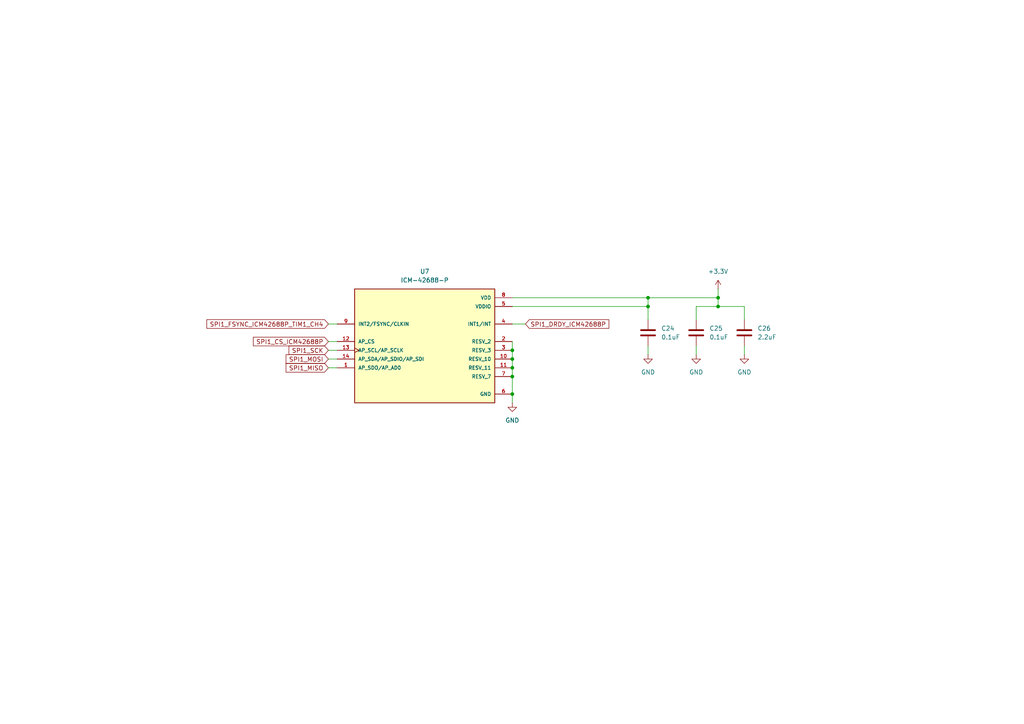
<source format=kicad_sch>
(kicad_sch (version 20250114) (generator "eeschema") (generator_version "9.0")
  (paper "A4")
  (lib_symbols
    (symbol "Device:C" (pin_numbers (hide yes)) (pin_names (offset 0.254))
      (property "Reference" "C" (at 0.635 2.54 0))
      (property "Value" "C" (at 0.635 -2.54 0))
      (symbol "C_0_1"
        (polyline (pts (xy -2.032 0.762) (xy 2.032 0.762)) (stroke (width 0.508)))
        (polyline (pts (xy -2.032 -0.762) (xy 2.032 -0.762)) (stroke (width 0.508)))
      )
      (symbol "C_1_1"
        (pin passive line (at 0 3.81 270) (length 2.794) (name "~") (number "1"))
        (pin passive line (at 0 -3.81 90) (length 2.794) (name "~") (number "2"))
      )
    )
    (symbol "ICM-42688-P:ICM-42688-P" (pin_names (offset 1.016))
      (property "Reference" "U" (at -20.32 16.002 0))
      (property "Value" "ICM-42688-P" (at -20.32 -20.32 0))
      (symbol "ICM-42688-P_0_0"
        (rectangle (start -20.32 -17.78) (end 20.32 15.24) (stroke (width 0.254)) (fill (type background)))
        (pin bidirectional line (at -25.4 5.08 0) (length 5.08) (name "INT2/FSYNC/CLKIN") (number "9"))
        (pin input line (at -25.4 0 0) (length 5.08) (name "AP_CS") (number "12"))
        (pin input clock (at -25.4 -2.54 0) (length 5.08) (name "AP_SCL/AP_SCLK") (number "13"))
        (pin bidirectional line (at -25.4 -5.08 0) (length 5.08) (name "AP_SDA/AP_SDIO/AP_SDI") (number "14"))
        (pin bidirectional line (at -25.4 -7.62 0) (length 5.08) (name "AP_SDO/AP_AD0") (number "1"))
        (pin power_in line (at 25.4 12.7 180) (length 5.08) (name "VDD") (number "8"))
        (pin power_in line (at 25.4 10.16 180) (length 5.08) (name "VDDIO") (number "5"))
        (pin output line (at 25.4 5.08 180) (length 5.08) (name "INT1/INT") (number "4"))
        (pin passive line (at 25.4 0 180) (length 5.08) (name "RESV_2") (number "2"))
        (pin passive line (at 25.4 -2.54 180) (length 5.08) (name "RESV_3") (number "3"))
        (pin passive line (at 25.4 -5.08 180) (length 5.08) (name "RESV_10") (number "10"))
        (pin passive line (at 25.4 -7.62 180) (length 5.08) (name "RESV_11") (number "11"))
        (pin passive line (at 25.4 -10.16 180) (length 5.08) (name "RESV_7") (number "7"))
        (pin power_in line (at 25.4 -15.24 180) (length 5.08) (name "GND") (number "6"))
      )
    )
    (symbol "power:+3.3V" (power) (pin_numbers (hide yes)) (pin_names (offset 0) (hide yes))
      (property "Value" "+3.3V" (at 0 3.556 0))
      (symbol "+3.3V_0_1"
        (polyline (pts (xy -0.762 1.27) (xy 0 2.54)))
        (polyline (pts (xy 0 2.54) (xy 0.762 1.27)))
        (polyline (pts (xy 0 0) (xy 0 2.54)))
      )
      (symbol "+3.3V_1_1"
        (pin power_in line (at 0 0 90) (length 0) (name "~") (number "1"))
      )
    )
    (symbol "power:GND" (power) (pin_numbers (hide yes)) (pin_names (offset 0) (hide yes))
      (property "Value" "GND" (at 0 -3.81 0))
      (symbol "GND_0_1"
        (polyline (pts (xy 0 0) (xy 0 -1.27) (xy 1.27 -1.27) (xy 0 -2.54) (xy -1.27 -1.27) (xy 0 -1.27)))
      )
      (symbol "GND_1_1"
        (pin power_in line (at 0 0 270) (length 0) (name "~") (number "1"))
      )
    )
  )
  (junction (at 148.59 104.14))
  (junction (at 148.59 101.6))
  (junction (at 148.59 106.68))
  (junction (at 208.28 86.36))
  (junction (at 187.96 86.36))
  (junction (at 187.96 88.9))
  (junction (at 148.59 114.3))
  (junction (at 148.59 109.22))
  (junction (at 208.28 88.9))
  (wire (pts (xy 148.59 99.06) (xy 148.59 101.6)))
  (wire (pts (xy 95.25 106.68) (xy 97.79 106.68)))
  (wire (pts (xy 208.28 88.9) (xy 215.9 88.9)))
  (wire (pts (xy 148.59 109.22) (xy 148.59 114.3)))
  (wire (pts (xy 148.59 114.3) (xy 148.59 116.84)))
  (wire (pts (xy 148.59 88.9) (xy 187.96 88.9)))
  (wire (pts (xy 95.25 104.14) (xy 97.79 104.14)))
  (wire (pts (xy 148.59 101.6) (xy 148.59 104.14)))
  (wire (pts (xy 215.9 102.87) (xy 215.9 100.33)))
  (wire (pts (xy 187.96 86.36) (xy 187.96 88.9)))
  (wire (pts (xy 95.25 99.06) (xy 97.79 99.06)))
  (wire (pts (xy 201.93 92.71) (xy 201.93 88.9)))
  (wire (pts (xy 187.96 100.33) (xy 187.96 102.87)))
  (wire (pts (xy 187.96 86.36) (xy 208.28 86.36)))
  (wire (pts (xy 187.96 88.9) (xy 187.96 92.71)))
  (wire (pts (xy 148.59 93.98) (xy 152.4 93.98)))
  (wire (pts (xy 208.28 83.82) (xy 208.28 86.36)))
  (wire (pts (xy 148.59 104.14) (xy 148.59 106.68)))
  (wire (pts (xy 148.59 106.68) (xy 148.59 109.22)))
  (wire (pts (xy 215.9 88.9) (xy 215.9 92.71)))
  (wire (pts (xy 201.93 88.9) (xy 208.28 88.9)))
  (wire (pts (xy 148.59 86.36) (xy 187.96 86.36)))
  (wire (pts (xy 95.25 101.6) (xy 97.79 101.6)))
  (wire (pts (xy 201.93 100.33) (xy 201.93 102.87)))
  (wire (pts (xy 95.25 93.98) (xy 97.79 93.98)))
  (wire (pts (xy 208.28 86.36) (xy 208.28 88.9)))
  (global_label "SPI1_DRDY_ICM42688P" (shape input) (at 152.4 93.98 0) (property "Intersheetrefs" "${INTERSHEET_REFS}" (effects (hide yes))))
  (global_label "SPI1_SCK" (shape input) (at 95.25 101.6 180) (property "Intersheetrefs" "${INTERSHEET_REFS}" (effects (hide yes))))
  (global_label "SPI1_CS_ICM42688P" (shape input) (at 95.25 99.06 180) (property "Intersheetrefs" "${INTERSHEET_REFS}" (effects (hide yes))))
  (global_label "SPI1_FSYNC_ICM42688P_TIM1_CH4" (shape input) (at 95.25 93.98 180) (property "Intersheetrefs" "${INTERSHEET_REFS}" (effects (hide yes))))
  (global_label "SPI1_MOSI" (shape input) (at 95.25 104.14 180) (property "Intersheetrefs" "${INTERSHEET_REFS}" (effects (hide yes))))
  (global_label "SPI1_MISO" (shape input) (at 95.25 106.68 180) (property "Intersheetrefs" "${INTERSHEET_REFS}" (effects (hide yes))))
  (symbol (lib_id "Device:C") (at 201.93 96.52 0) (unit 1)
    (property "Reference" "C25" (at 205.74 95.2499 0) (effects (justify left)))
    (property "Value" "0.1uF" (at 205.74 97.7899 0) (effects (justify left)))
    (property "Footprint" "Capacitor_SMD:C_0402_1005Metric_Pad0.74x0.62mm_HandSolder" (effects (hide yes)))
    (property "Description" "Unpolarized capacitor" (effects (hide yes)))
  )
  (symbol (lib_id "power:GND") (at 187.96 102.87 0) (unit 1)
    (property "Reference" "#PWR074" (effects (hide yes)))
    (property "Value" "GND" (at 187.96 107.95 0))
    (property "Description" "Power symbol creates a global label with name \"GND\" , ground" (effects (hide yes)))
  )
  (symbol (lib_id "Device:C") (at 215.9 96.52 0) (unit 1)
    (property "Reference" "C26" (at 219.71 95.2499 0) (effects (justify left)))
    (property "Value" "2.2uF" (at 219.71 97.7899 0) (effects (justify left)))
    (property "Footprint" "Capacitor_SMD:C_0402_1005Metric_Pad0.74x0.62mm_HandSolder" (effects (hide yes)))
    (property "Description" "Unpolarized capacitor" (effects (hide yes)))
  )
  (symbol (lib_id "power:GND") (at 215.9 102.87 0) (unit 1)
    (property "Reference" "#PWR076" (effects (hide yes)))
    (property "Value" "GND" (at 215.9 107.95 0))
    (property "Description" "Power symbol creates a global label with name \"GND\" , ground" (effects (hide yes)))
  )
  (symbol (lib_id "power:+3.3V") (at 208.28 83.82 0) (unit 1)
    (property "Reference" "#PWR077" (effects (hide yes)))
    (property "Value" "+3.3V" (at 208.28 78.74 0))
    (property "Description" "Power symbol creates a global label with name \"+3.3V\"" (effects (hide yes)))
  )
  (symbol (lib_id "power:GND") (at 148.59 116.84 0) (unit 1)
    (property "Reference" "#PWR072" (effects (hide yes)))
    (property "Value" "GND" (at 148.59 121.92 0))
    (property "Description" "Power symbol creates a global label with name \"GND\" , ground" (effects (hide yes)))
  )
  (symbol (lib_id "ICM-42688-P:ICM-42688-P") (at 123.19 99.06 0) (unit 1)
    (property "Reference" "U7" (at 123.19 78.74 0))
    (property "Value" "ICM-42688-P" (at 123.19 81.28 0))
    (property "Footprint" "ICM_42688_P:PQFN50P300X250X97-14N" (effects (hide yes)))
    (property "PARTREV" "1.2" (effects (hide yes)))
    (property "STANDARD" "IPC-7351B" (effects (hide yes)))
    (property "MAXIMUM_PACKAGE_HEIGHT" "0.97mm" (effects (hide yes)))
    (property "MANUFACTURER" "TDK InvenSense" (effects (hide yes)))
  )
  (symbol (lib_id "Device:C") (at 187.96 96.52 0) (unit 1)
    (property "Reference" "C24" (at 191.77 95.2499 0) (effects (justify left)))
    (property "Value" "0.1uF" (at 191.77 97.7899 0) (effects (justify left)))
    (property "Footprint" "Capacitor_SMD:C_0402_1005Metric_Pad0.74x0.62mm_HandSolder" (effects (hide yes)))
    (property "Description" "Unpolarized capacitor" (effects (hide yes)))
  )
  (symbol (lib_id "power:GND") (at 201.93 102.87 0) (unit 1)
    (property "Reference" "#PWR075" (effects (hide yes)))
    (property "Value" "GND" (at 201.93 107.95 0))
    (property "Description" "Power symbol creates a global label with name \"GND\" , ground" (effects (hide yes)))
  )
)
</source>
